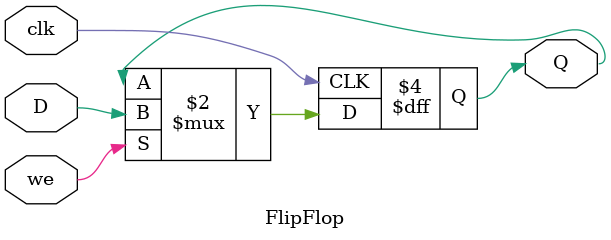
<source format=sv>
module FlipFlop(
                    input logic clk,
                    input logic D,
                    input logic we,
                    output logic Q 
                    );
                    
always @(posedge clk) 
begin
    if (we)
        Q <= D; 
end 
endmodule
</source>
